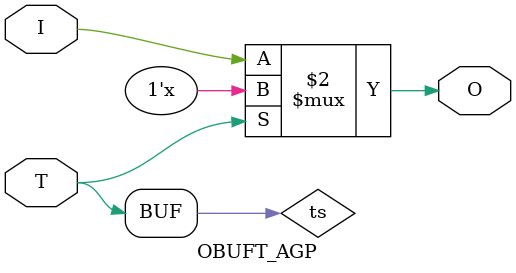
<source format=v>

/*

FUNCTION    : TRI-STATE OUTPUT BUFFER

*/

`celldefine
`timescale  100 ps / 10 ps

module OBUFT_AGP (O, I, T);

    output O;

    input  I, T;

    or O1 (ts, 1'b0, T);
    bufif0 T1 (O, I, ts);

endmodule

</source>
